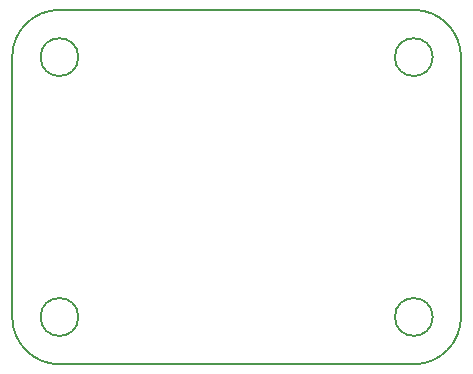
<source format=gbr>
%TF.GenerationSoftware,KiCad,Pcbnew,5.1.6-c6e7f7d~87~ubuntu18.04.1*%
%TF.CreationDate,2020-08-12T00:36:41-03:00*%
%TF.ProjectId,tfAdapter_V1,74664164-6170-4746-9572-5f56312e6b69,rev?*%
%TF.SameCoordinates,Original*%
%TF.FileFunction,Profile,NP*%
%FSLAX46Y46*%
G04 Gerber Fmt 4.6, Leading zero omitted, Abs format (unit mm)*
G04 Created by KiCad (PCBNEW 5.1.6-c6e7f7d~87~ubuntu18.04.1) date 2020-08-12 00:36:41*
%MOMM*%
%LPD*%
G01*
G04 APERTURE LIST*
%TA.AperFunction,Profile*%
%ADD10C,0.150000*%
%TD*%
G04 APERTURE END LIST*
D10*
X138000000Y-114000000D02*
G75*
G02*
X134000000Y-110000000I0J4000000D01*
G01*
X134000000Y-88000000D02*
G75*
G02*
X138000000Y-84000000I4000000J0D01*
G01*
X168000000Y-84000000D02*
G75*
G02*
X172000000Y-88000000I0J-4000000D01*
G01*
X172000000Y-110000000D02*
G75*
G02*
X168000000Y-114000000I-4000000J0D01*
G01*
X138000000Y-84000000D02*
X168000000Y-84000000D01*
X134000000Y-110000000D02*
X134000000Y-88000000D01*
X168000000Y-114000000D02*
X138000000Y-114000000D01*
X172000000Y-88000000D02*
X172000000Y-110000000D01*
X139600000Y-88000000D02*
G75*
G03*
X139600000Y-88000000I-1600000J0D01*
G01*
X139600000Y-110000000D02*
G75*
G03*
X139600000Y-110000000I-1600000J0D01*
G01*
X169600000Y-110000000D02*
G75*
G03*
X169600000Y-110000000I-1600000J0D01*
G01*
X169600000Y-88000000D02*
G75*
G03*
X169600000Y-88000000I-1600000J0D01*
G01*
M02*

</source>
